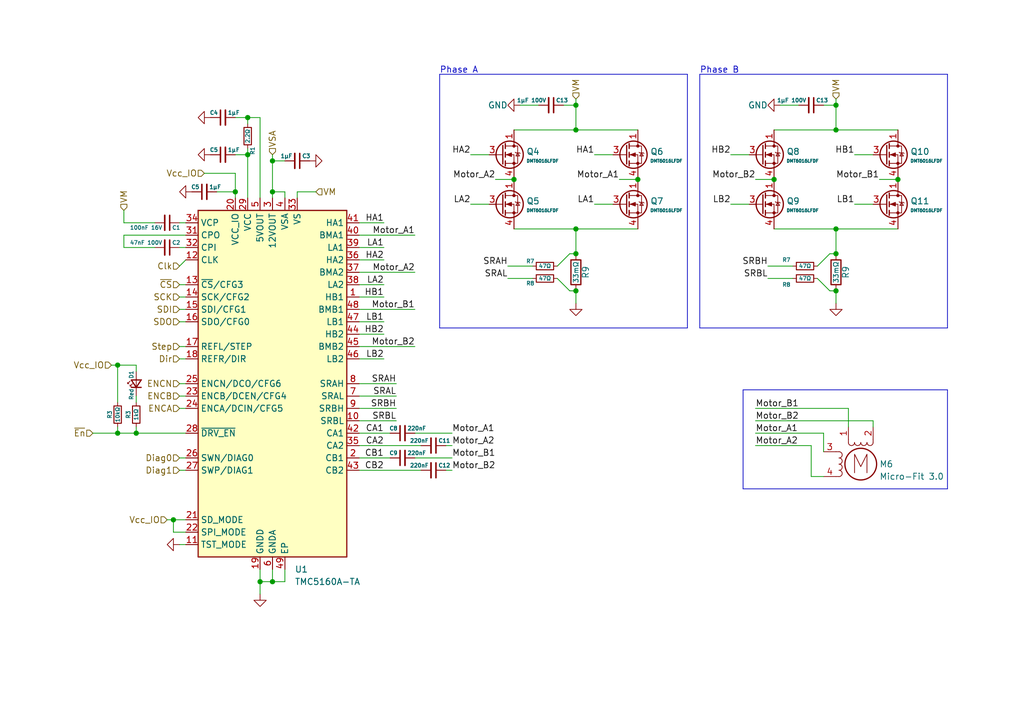
<source format=kicad_sch>
(kicad_sch (version 20230121) (generator eeschema)
  (paper "A5")
  (title_block (title "Integrated TMCx160 Driver Block") (company "Meridi Engineering") (comment 1 "High voltage, high current stepper motor driver block powered by the TMC2160/5160 chip"))
  (lib_symbols
    (symbol "Device:C_Small" (pin_numbers hide) (pin_names (offset 0.254) hide)
      (property "Reference" "C" (at 0.254 1.778 0))
      (property "Value" "C_Small" (at 0.254 -2.032 0))
      (symbol "C_Small_0_1"
        (polyline (pts (xy -1.524 -0.508) (xy 1.524 -0.508)) (stroke (width 0.3302)))
        (polyline (pts (xy -1.524 0.508) (xy 1.524 0.508)) (stroke (width 0.3048)))
      )
      (symbol "C_Small_1_1"
        (pin passive line (at 0 2.54 270) (length 2.032) (name "~") (number "1"))
        (pin passive line (at 0 -2.54 90) (length 2.032) (name "~") (number "2"))
      )
    )
    (symbol "Device:LED_Small" (pin_numbers hide) (pin_names (offset 0.254) hide)
      (property "Reference" "D" (at -1.27 3.175 0))
      (property "Value" "LED_Small" (at -4.445 -2.54 0))
      (symbol "LED_Small_0_1"
        (polyline (pts (xy -0.762 -1.016) (xy -0.762 1.016)) (stroke (width 0.254)))
        (polyline (pts (xy 1.016 0) (xy -0.762 0)))
        (polyline (pts (xy 0.762 -1.016) (xy -0.762 0) (xy 0.762 1.016) (xy 0.762 -1.016)) (stroke (width 0.254)))
        (polyline (pts (xy 0 0.762) (xy -0.508 1.27) (xy -0.254 1.27) (xy -0.508 1.27) (xy -0.508 1.016)))
        (polyline (pts (xy 0.508 1.27) (xy 0 1.778) (xy 0.254 1.778) (xy 0 1.778) (xy 0 1.524)))
      )
      (symbol "LED_Small_1_1"
        (pin passive line (at -2.54 0 0) (length 1.778) (name "K") (number "1"))
        (pin passive line (at 2.54 0 180) (length 1.778) (name "A") (number "2"))
      )
    )
    (symbol "Device:R" (pin_numbers hide) (pin_names (offset 0))
      (property "Reference" "R" (at 2.032 0 90))
      (property "Value" "R" (at 0 0 90))
      (symbol "R_0_1"
        (rectangle (start -1.016 -2.54) (end 1.016 2.54) (stroke (width 0.254)))
      )
      (symbol "R_1_1"
        (pin passive line (at 0 3.81 270) (length 1.27) (name "~") (number "1"))
        (pin passive line (at 0 -3.81 90) (length 1.27) (name "~") (number "2"))
      )
    )
    (symbol "Device:R_Small" (pin_numbers hide) (pin_names (offset 0.254) hide)
      (property "Reference" "R" (at 0.762 0.508 0))
      (property "Value" "R_Small" (at 0.762 -1.016 0))
      (symbol "R_Small_0_1"
        (rectangle (start -0.762 1.778) (end 0.762 -1.778) (stroke (width 0.2032)))
      )
      (symbol "R_Small_1_1"
        (pin passive line (at 0 2.54 270) (length 0.762) (name "~") (number "1"))
        (pin passive line (at 0 -2.54 90) (length 0.762) (name "~") (number "2"))
      )
    )
    (symbol "Driver_Motor:TMC5160A-TA"
      (property "Reference" "U" (at -11.43 38.1 0))
      (property "Value" "TMC5160A-TA" (at 10.16 38.1 0))
      (symbol "TMC5160A-TA_1_0"
        (rectangle (start -15.24 -35.56) (end 15.24 35.56) (stroke (width 0.254)) (fill (type background)))
      )
      (symbol "TMC5160A-TA_1_1"
        (pin output line (at 17.78 17.78 180) (length 2.54) (name "HB1") (number "1"))
        (pin passive line (at 17.78 -7.62 180) (length 2.54) (name "SRBL") (number "10"))
        (pin input line (at -17.78 -33.02 0) (length 2.54) (name "TST_MODE") (number "11"))
        (pin input line (at -17.78 25.4 0) (length 2.54) (name "CLK") (number "12"))
        (pin input line (at -17.78 20.32 0) (length 2.54) (name "~{CS}/CFG3") (number "13"))
        (pin input line (at -17.78 17.78 0) (length 2.54) (name "SCK/CFG2") (number "14"))
        (pin input line (at -17.78 15.24 0) (length 2.54) (name "SDI/CFG1") (number "15"))
        (pin bidirectional line (at -17.78 12.7 0) (length 2.54) (name "SDO/CFG0") (number "16"))
        (pin input line (at -17.78 7.62 0) (length 2.54) (name "REFL/STEP") (number "17"))
        (pin input line (at -17.78 5.08 0) (length 2.54) (name "REFR/DIR") (number "18"))
        (pin power_in line (at -2.54 -38.1 90) (length 2.54) (name "GNDD") (number "19"))
        (pin passive line (at 17.78 -15.24 180) (length 2.54) (name "CB1") (number "2"))
        (pin power_in line (at -7.62 38.1 270) (length 2.54) (name "VCC_IO") (number "20"))
        (pin input line (at -17.78 -27.94 0) (length 2.54) (name "SD_MODE") (number "21"))
        (pin input line (at -17.78 -30.48 0) (length 2.54) (name "SPI_MODE") (number "22"))
        (pin input line (at -17.78 -2.54 0) (length 2.54) (name "ENCB/DCEN/CFG4") (number "23"))
        (pin input line (at -17.78 -5.08 0) (length 2.54) (name "ENCA/DCIN/CFG5") (number "24"))
        (pin bidirectional line (at -17.78 0 0) (length 2.54) (name "ENCN/DCO/CFG6") (number "25"))
        (pin bidirectional line (at -17.78 -15.24 0) (length 2.54) (name "SWN/DIAG0") (number "26"))
        (pin bidirectional line (at -17.78 -17.78 0) (length 2.54) (name "SWP/DIAG1") (number "27"))
        (pin input line (at -17.78 -10.16 0) (length 2.54) (name "~{DRV_EN}") (number "28"))
        (pin power_in line (at -5.08 38.1 270) (length 2.54) (name "VCC") (number "29"))
        (pin power_out line (at 0 38.1 270) (length 2.54) (name "12VOUT") (number "3"))
        (pin passive line (at -2.54 -38.1 90) (length 2.54) hide (name "GNDD") (number "30"))
        (pin passive line (at -17.78 30.48 0) (length 2.54) (name "CPO") (number "31"))
        (pin passive line (at -17.78 27.94 0) (length 2.54) (name "CPI") (number "32"))
        (pin power_in line (at 5.08 38.1 270) (length 2.54) (name "VS") (number "33"))
        (pin passive line (at -17.78 33.02 0) (length 2.54) (name "VCP") (number "34"))
        (pin passive line (at 17.78 -12.7 180) (length 2.54) (name "CA2") (number "35"))
        (pin output line (at 17.78 25.4 180) (length 2.54) (name "HA2") (number "36"))
        (pin passive line (at 17.78 22.86 180) (length 2.54) (name "BMA2") (number "37"))
        (pin output line (at 17.78 20.32 180) (length 2.54) (name "LA2") (number "38"))
        (pin output line (at 17.78 27.94 180) (length 2.54) (name "LA1") (number "39"))
        (pin power_in line (at 2.54 38.1 270) (length 2.54) (name "VSA") (number "4"))
        (pin passive line (at 17.78 30.48 180) (length 2.54) (name "BMA1") (number "40"))
        (pin output line (at 17.78 33.02 180) (length 2.54) (name "HA1") (number "41"))
        (pin passive line (at 17.78 -10.16 180) (length 2.54) (name "CA1") (number "42"))
        (pin passive line (at 17.78 -17.78 180) (length 2.54) (name "CB2") (number "43"))
        (pin output line (at 17.78 10.16 180) (length 2.54) (name "HB2") (number "44"))
        (pin passive line (at 17.78 7.62 180) (length 2.54) (name "BMB2") (number "45"))
        (pin output line (at 17.78 5.08 180) (length 2.54) (name "LB2") (number "46"))
        (pin output line (at 17.78 12.7 180) (length 2.54) (name "LB1") (number "47"))
        (pin passive line (at 17.78 15.24 180) (length 2.54) (name "BMB1") (number "48"))
        (pin power_in line (at 2.54 -38.1 90) (length 2.54) (name "EP") (number "49"))
        (pin power_out line (at -2.54 38.1 270) (length 2.54) (name "5VOUT") (number "5"))
        (pin power_in line (at 0 -38.1 90) (length 2.54) (name "GNDA") (number "6"))
        (pin passive line (at 17.78 -2.54 180) (length 2.54) (name "SRAL") (number "7"))
        (pin passive line (at 17.78 0 180) (length 2.54) (name "SRAH") (number "8"))
        (pin passive line (at 17.78 -5.08 180) (length 2.54) (name "SRBH") (number "9"))
      )
    )
    (symbol "GND_1" (power) (pin_names (offset 0))
      (property "Value" "GND_1" (at 0 -3.81 0))
      (symbol "GND_1_0_1"
        (polyline (pts (xy 0 0) (xy 0 -1.27) (xy 1.27 -1.27) (xy 0 -2.54) (xy -1.27 -1.27) (xy 0 -1.27)))
      )
      (symbol "GND_1_1_1"
        (pin power_in line (at 0 0 270) (length 0) hide (name "GND") (number "1"))
      )
    )
    (symbol "Motor:Stepper_Motor_bipolar" (pin_names (offset 0) hide)
      (property "Reference" "M" (at 3.81 2.54 0))
      (property "Value" "Stepper_Motor_bipolar" (at 3.81 1.27 0))
      (symbol "Stepper_Motor_bipolar_0_0"
        (polyline (pts (xy -1.27 -1.778) (xy -1.27 2.032) (xy 0 -0.508) (xy 1.27 2.032) (xy 1.27 -1.778)))
      )
      (symbol "Stepper_Motor_bipolar_0_1"
        (arc (start -4.445 -2.54) (mid -3.8127 -1.905) (end -4.445 -1.27))
        (arc (start -4.445 -1.27) (mid -3.8127 -0.635) (end -4.445 0))
        (arc (start -4.445 0) (mid -3.8127 0.635) (end -4.445 1.27))
        (arc (start -4.445 1.27) (mid -3.8127 1.905) (end -4.445 2.54))
        (arc (start -2.54 4.445) (mid -1.905 3.8127) (end -1.27 4.445))
        (arc (start -1.27 4.445) (mid -0.635 3.8127) (end 0 4.445))
        (polyline (pts (xy -5.08 -2.54) (xy -4.445 -2.54)))
        (polyline (pts (xy -5.08 2.54) (xy -4.445 2.54)))
        (polyline (pts (xy -2.54 5.08) (xy -2.54 4.445)))
        (polyline (pts (xy 2.54 5.08) (xy 2.54 4.445)))
        (circle (center 0 0) (radius 3.2512) (stroke (width 0.254)))
        (arc (start 0 4.445) (mid 0.635 3.8127) (end 1.27 4.445))
        (arc (start 1.27 4.445) (mid 1.905 3.8127) (end 2.54 4.445))
      )
      (symbol "Stepper_Motor_bipolar_1_1"
        (pin passive line (at -2.54 7.62 270) (length 2.54) (name "~") (number "1"))
        (pin passive line (at 2.54 7.62 270) (length 2.54) (name "-") (number "2"))
        (pin passive line (at -7.62 2.54 0) (length 2.54) (name "~") (number "3"))
        (pin passive line (at -7.62 -2.54 0) (length 2.54) (name "~") (number "4"))
      )
    )
    (symbol "corevus:DMT6016LFDF-7" (pin_names hide)
      (property "Reference" "Q" (at 3.81 0 0))
      (property "Value" "DMT6016LFDF" (at 3.81 -1.27 0))
      (symbol "DMT6016LFDF-7_0_1"
        (polyline (pts (xy -1.016 0) (xy -2.54 0)))
        (polyline (pts (xy -1.016 1.905) (xy -1.016 -1.905)) (stroke (width 0.254)))
        (polyline (pts (xy -0.508 -1.27) (xy -0.508 -2.286)) (stroke (width 0.254)))
        (polyline (pts (xy -0.508 0.508) (xy -0.508 -0.508)) (stroke (width 0.254)))
        (polyline (pts (xy -0.508 2.286) (xy -0.508 1.27)) (stroke (width 0.254)))
        (polyline (pts (xy 1.27 2.54) (xy 1.27 1.778)))
        (polyline (pts (xy 1.27 -2.54) (xy 1.27 0) (xy -0.508 0)))
        (polyline (pts (xy -0.508 -1.778) (xy 2.032 -1.778) (xy 2.032 1.778) (xy -0.508 1.778)))
        (polyline (pts (xy -0.254 0) (xy 0.762 0.381) (xy 0.762 -0.381) (xy -0.254 0)) (fill (type outline)))
        (polyline (pts (xy 1.524 0.508) (xy 1.651 0.381) (xy 2.413 0.381) (xy 2.54 0.254)))
        (polyline (pts (xy 2.032 0.381) (xy 1.651 -0.254) (xy 2.413 -0.254) (xy 2.032 0.381)))
        (circle (center 0.381 0) (radius 2.794) (stroke (width 0.254)))
        (circle (center 1.27 -1.778) (radius 0.254) (fill (type outline)))
        (circle (center 1.27 1.778) (radius 0.254) (fill (type outline)))
        (pin unspecified line (at 1.27 5.08 270) (length 2.54) (name "D") (number "1"))
        (pin unspecified line (at 1.27 -5.08 90) (length 2.54) (name "S") (number "4"))
      )
      (symbol "DMT6016LFDF-7_1_1"
        (pin unspecified line (at 1.27 5.08 270) (length 2.54) hide (name "D") (number "2"))
        (pin unspecified line (at -3.81 0 0) (length 1.27) (name "G") (number "3"))
        (pin unspecified line (at 1.27 5.08 270) (length 2.54) hide (name "D") (number "5"))
        (pin unspecified line (at 1.27 5.08 270) (length 2.54) hide (name "D") (number "6"))
        (pin unspecified line (at 1.27 -5.08 90) (length 2.54) hide (name "S") (number "7"))
        (pin unspecified line (at 1.27 5.08 270) (length 2.54) hide (name "D") (number "8"))
      )
    )
    (symbol "power:GND" (power) (pin_names (offset 0))
      (property "Value" "GND" (at 0 -3.81 0))
      (symbol "GND_0_1"
        (polyline (pts (xy 0 0) (xy 0 -1.27) (xy 1.27 -1.27) (xy 0 -2.54) (xy -1.27 -1.27) (xy 0 -1.27)))
      )
      (symbol "GND_1_1"
        (pin power_in line (at 0 0 270) (length 0) hide (name "GND") (number "1"))
      )
    )
  )
  (junction (at 24.13 88.9))
  (junction (at 158.75 36.83))
  (junction (at 55.88 119.38))
  (junction (at 171.45 59.69))
  (junction (at 118.11 26.67))
  (junction (at 55.88 33.02))
  (junction (at 118.11 59.69))
  (junction (at 105.41 36.83))
  (junction (at 184.15 36.83))
  (junction (at 130.81 36.83))
  (junction (at 24.13 74.93))
  (junction (at 118.11 46.99))
  (junction (at 55.88 39.37))
  (junction (at 171.45 26.67))
  (junction (at 50.8 31.75))
  (junction (at 118.11 21.59))
  (junction (at 171.45 46.99))
  (junction (at 171.45 52.07))
  (junction (at 48.26 39.37))
  (junction (at 35.56 106.68))
  (junction (at 171.45 21.59))
  (junction (at 118.11 52.07))
  (junction (at 27.94 88.9))
  (junction (at 53.34 119.38))
  (junction (at 50.8 24.13))
  (wire (pts (xy 118.11 26.67) (xy 130.81 26.67)))
  (wire (pts (xy 118.11 46.99) (xy 118.11 52.07)))
  (wire (pts (xy 55.88 31.75) (xy 55.88 33.02)))
  (wire (pts (xy 81.28 78.74) (xy 73.66 78.74)))
  (wire (pts (xy 36.83 93.98) (xy 38.1 93.98)))
  (wire (pts (xy 78.74 58.42) (xy 73.66 58.42)))
  (polyline (pts (xy 143.51 15.24) (xy 194.31 15.24)))
  (wire (pts (xy 53.34 40.64) (xy 53.34 24.13)))
  (wire (pts (xy 114.3 57.15) (xy 116.84 59.69)))
  (wire (pts (xy 173.99 83.82) (xy 173.99 87.63)))
  (wire (pts (xy 24.13 74.93) (xy 27.94 74.93)))
  (wire (pts (xy 85.09 55.88) (xy 73.66 55.88)))
  (wire (pts (xy 36.83 66.04) (xy 38.1 66.04)))
  (wire (pts (xy 36.83 71.12) (xy 38.1 71.12)))
  (polyline (pts (xy 194.31 67.31) (xy 143.51 67.31)))
  (wire (pts (xy 171.45 20.32) (xy 171.45 21.59)))
  (wire (pts (xy 48.26 24.13) (xy 50.8 24.13)))
  (wire (pts (xy 118.11 59.69) (xy 118.11 62.23)))
  (wire (pts (xy 55.88 116.84) (xy 55.88 119.38)))
  (polyline (pts (xy 194.31 100.33) (xy 194.31 80.01)))
  (wire (pts (xy 36.83 111.76) (xy 38.1 111.76)))
  (wire (pts (xy 180.34 36.83) (xy 184.15 36.83)))
  (wire (pts (xy 53.34 24.13) (xy 50.8 24.13)))
  (wire (pts (xy 35.56 106.68) (xy 38.1 106.68)))
  (wire (pts (xy 149.86 31.75) (xy 153.67 31.75)))
  (wire (pts (xy 55.88 119.38) (xy 58.42 119.38)))
  (wire (pts (xy 157.48 57.15) (xy 162.56 57.15)))
  (wire (pts (xy 96.52 41.91) (xy 100.33 41.91)))
  (wire (pts (xy 154.94 83.82) (xy 173.99 83.82)))
  (wire (pts (xy 168.91 88.9) (xy 168.91 92.71)))
  (wire (pts (xy 78.74 50.8) (xy 73.66 50.8)))
  (polyline (pts (xy 140.97 15.24) (xy 140.97 67.31)))
  (wire (pts (xy 157.48 54.61) (xy 162.56 54.61)))
  (wire (pts (xy 114.3 54.61) (xy 116.84 52.07)))
  (wire (pts (xy 60.96 39.37) (xy 60.96 40.64)))
  (wire (pts (xy 50.8 31.75) (xy 50.8 40.64)))
  (wire (pts (xy 91.44 91.44) (xy 92.71 91.44)))
  (wire (pts (xy 92.71 93.98) (xy 85.09 93.98)))
  (wire (pts (xy 85.09 63.5) (xy 73.66 63.5)))
  (wire (pts (xy 35.56 106.68) (xy 35.56 109.22)))
  (wire (pts (xy 73.66 91.44) (xy 86.36 91.44)))
  (wire (pts (xy 149.86 41.91) (xy 153.67 41.91)))
  (wire (pts (xy 64.77 39.37) (xy 60.96 39.37)))
  (wire (pts (xy 105.41 46.99) (xy 118.11 46.99)))
  (wire (pts (xy 36.83 78.74) (xy 38.1 78.74)))
  (wire (pts (xy 154.94 36.83) (xy 158.75 36.83)))
  (wire (pts (xy 36.83 81.28) (xy 38.1 81.28)))
  (wire (pts (xy 121.92 41.91) (xy 125.73 41.91)))
  (wire (pts (xy 44.45 39.37) (xy 48.26 39.37)))
  (wire (pts (xy 27.94 81.28) (xy 27.94 82.55)))
  (wire (pts (xy 58.42 33.02) (xy 55.88 33.02)))
  (wire (pts (xy 96.52 31.75) (xy 100.33 31.75)))
  (wire (pts (xy 36.83 83.82) (xy 38.1 83.82)))
  (polyline (pts (xy 90.17 15.24) (xy 140.97 15.24)))
  (wire (pts (xy 25.4 48.26) (xy 25.4 50.8)))
  (wire (pts (xy 78.74 68.58) (xy 73.66 68.58)))
  (wire (pts (xy 48.26 31.75) (xy 50.8 31.75)))
  (wire (pts (xy 55.88 119.38) (xy 53.34 119.38)))
  (polyline (pts (xy 194.31 15.24) (xy 194.31 67.31)))
  (wire (pts (xy 58.42 39.37) (xy 58.42 40.64)))
  (wire (pts (xy 80.01 88.9) (xy 73.66 88.9)))
  (wire (pts (xy 104.14 54.61) (xy 109.22 54.61)))
  (wire (pts (xy 24.13 88.9) (xy 27.94 88.9)))
  (wire (pts (xy 154.94 91.44) (xy 166.37 91.44)))
  (wire (pts (xy 170.18 59.69) (xy 171.45 59.69)))
  (wire (pts (xy 175.26 31.75) (xy 179.07 31.75)))
  (wire (pts (xy 36.83 54.61) (xy 38.1 53.34)))
  (wire (pts (xy 55.88 39.37) (xy 55.88 40.64)))
  (wire (pts (xy 53.34 121.92) (xy 53.34 119.38)))
  (wire (pts (xy 19.05 88.9) (xy 24.13 88.9)))
  (wire (pts (xy 118.11 20.32) (xy 118.11 21.59)))
  (wire (pts (xy 78.74 45.72) (xy 73.66 45.72)))
  (wire (pts (xy 34.29 106.68) (xy 35.56 106.68)))
  (polyline (pts (xy 143.51 15.24) (xy 143.51 67.31)))
  (wire (pts (xy 24.13 74.93) (xy 24.13 82.55)))
  (wire (pts (xy 116.84 52.07) (xy 118.11 52.07)))
  (wire (pts (xy 154.94 88.9) (xy 168.91 88.9)))
  (wire (pts (xy 25.4 48.26) (xy 38.1 48.26)))
  (wire (pts (xy 167.64 57.15) (xy 170.18 59.69)))
  (wire (pts (xy 36.83 96.52) (xy 38.1 96.52)))
  (wire (pts (xy 22.86 74.93) (xy 24.13 74.93)))
  (wire (pts (xy 105.41 26.67) (xy 118.11 26.67)))
  (wire (pts (xy 168.91 21.59) (xy 171.45 21.59)))
  (wire (pts (xy 78.74 60.96) (xy 73.66 60.96)))
  (wire (pts (xy 36.83 63.5) (xy 38.1 63.5)))
  (wire (pts (xy 118.11 21.59) (xy 118.11 26.67)))
  (wire (pts (xy 81.28 86.36) (xy 73.66 86.36)))
  (wire (pts (xy 121.92 31.75) (xy 125.73 31.75)))
  (wire (pts (xy 166.37 97.79) (xy 168.91 97.79)))
  (polyline (pts (xy 152.4 100.33) (xy 194.31 100.33)))
  (wire (pts (xy 86.36 96.52) (xy 73.66 96.52)))
  (wire (pts (xy 50.8 24.13) (xy 50.8 25.4)))
  (polyline (pts (xy 152.4 80.01) (xy 152.4 100.33)))
  (wire (pts (xy 171.45 21.59) (xy 171.45 26.67)))
  (wire (pts (xy 91.44 96.52) (xy 92.71 96.52)))
  (wire (pts (xy 41.91 35.56) (xy 48.26 35.56)))
  (wire (pts (xy 27.94 88.9) (xy 27.94 87.63)))
  (wire (pts (xy 78.74 66.04) (xy 73.66 66.04)))
  (wire (pts (xy 27.94 74.93) (xy 27.94 76.2)))
  (wire (pts (xy 48.26 39.37) (xy 48.26 40.64)))
  (wire (pts (xy 171.45 59.69) (xy 171.45 62.23)))
  (wire (pts (xy 154.94 86.36) (xy 179.07 86.36)))
  (wire (pts (xy 81.28 83.82) (xy 73.66 83.82)))
  (wire (pts (xy 118.11 46.99) (xy 130.81 46.99)))
  (wire (pts (xy 25.4 43.18) (xy 25.4 45.72)))
  (wire (pts (xy 55.88 39.37) (xy 58.42 39.37)))
  (wire (pts (xy 80.01 93.98) (xy 73.66 93.98)))
  (wire (pts (xy 53.34 119.38) (xy 53.34 116.84)))
  (wire (pts (xy 171.45 46.99) (xy 171.45 52.07)))
  (wire (pts (xy 116.84 59.69) (xy 118.11 59.69)))
  (wire (pts (xy 50.8 30.48) (xy 50.8 31.75)))
  (wire (pts (xy 85.09 71.12) (xy 73.66 71.12)))
  (wire (pts (xy 85.09 48.26) (xy 73.66 48.26)))
  (wire (pts (xy 175.26 41.91) (xy 179.07 41.91)))
  (wire (pts (xy 35.56 109.22) (xy 38.1 109.22)))
  (polyline (pts (xy 90.17 15.24) (xy 90.17 67.31)))
  (wire (pts (xy 55.88 33.02) (xy 55.88 39.37)))
  (wire (pts (xy 92.71 88.9) (xy 85.09 88.9)))
  (polyline (pts (xy 140.97 67.31) (xy 90.17 67.31)))
  (wire (pts (xy 115.57 21.59) (xy 118.11 21.59)))
  (wire (pts (xy 78.74 73.66) (xy 73.66 73.66)))
  (wire (pts (xy 36.83 50.8) (xy 38.1 50.8)))
  (wire (pts (xy 25.4 45.72) (xy 31.75 45.72)))
  (wire (pts (xy 58.42 119.38) (xy 58.42 116.84)))
  (wire (pts (xy 127 36.83) (xy 130.81 36.83)))
  (wire (pts (xy 101.6 36.83) (xy 105.41 36.83)))
  (wire (pts (xy 25.4 50.8) (xy 31.75 50.8)))
  (wire (pts (xy 171.45 46.99) (xy 184.15 46.99)))
  (wire (pts (xy 104.14 57.15) (xy 109.22 57.15)))
  (wire (pts (xy 78.74 53.34) (xy 73.66 53.34)))
  (wire (pts (xy 171.45 26.67) (xy 184.15 26.67)))
  (wire (pts (xy 160.02 21.59) (xy 163.83 21.59)))
  (wire (pts (xy 24.13 87.63) (xy 24.13 88.9)))
  (wire (pts (xy 170.18 52.07) (xy 171.45 52.07)))
  (wire (pts (xy 36.83 73.66) (xy 38.1 73.66)))
  (wire (pts (xy 36.83 58.42) (xy 38.1 58.42)))
  (wire (pts (xy 179.07 86.36) (xy 179.07 87.63)))
  (wire (pts (xy 27.94 88.9) (xy 38.1 88.9)))
  (wire (pts (xy 36.83 60.96) (xy 38.1 60.96)))
  (wire (pts (xy 106.68 21.59) (xy 110.49 21.59)))
  (wire (pts (xy 48.26 35.56) (xy 48.26 39.37)))
  (wire (pts (xy 166.37 91.44) (xy 166.37 97.79)))
  (wire (pts (xy 158.75 46.99) (xy 171.45 46.99)))
  (wire (pts (xy 36.83 45.72) (xy 38.1 45.72)))
  (wire (pts (xy 167.64 54.61) (xy 170.18 52.07)))
  (wire (pts (xy 158.75 26.67) (xy 171.45 26.67)))
  (polyline (pts (xy 152.4 80.01) (xy 194.31 80.01)))
  (wire (pts (xy 81.28 81.28) (xy 73.66 81.28)))
  (text "Phase A" (at 90.17 15.24 0) (effects (font (size 1.27 1.27)) (justify left bottom)))
  (text "Phase B" (at 143.51 15.24 0) (effects (font (size 1.27 1.27)) (justify left bottom)))
  (label "Motor_A2" (at 92.71 91.44 0))
  (label "Motor_B2" (at 92.71 96.52 0))
  (label "LA1" (at 78.74 50.8 180))
  (label "Motor_B1" (at 154.94 83.82 0))
  (label "HA1" (at 121.92 31.75 180))
  (label "SRAH" (at 104.14 54.61 180))
  (label "Motor_B1" (at 92.71 93.98 0))
  (label "HA1" (at 78.74 45.72 180))
  (label "Motor_A2" (at 101.6 36.83 180))
  (label "HA2" (at 96.52 31.75 180))
  (label "Motor_B1" (at 85.09 63.5 180))
  (label "LB1" (at 78.74 66.04 180))
  (label "LA2" (at 96.52 41.91 180))
  (label "HB1" (at 78.74 60.96 180))
  (label "HB1" (at 175.26 31.75 180))
  (label "Motor_B2" (at 154.94 86.36 0))
  (label "HB2" (at 78.74 68.58 180))
  (label "Motor_B2" (at 85.09 71.12 180))
  (label "Motor_A2" (at 85.09 55.88 180))
  (label "Motor_B2" (at 154.94 36.83 180))
  (label "Motor_A1" (at 154.94 88.9 0))
  (label "SRBH" (at 157.48 54.61 180))
  (label "Motor_A2" (at 154.94 91.44 0))
  (label "CA1" (at 78.74 88.9 180))
  (label "LA1" (at 121.92 41.91 180))
  (label "SRAL" (at 104.14 57.15 180))
  (label "HA2" (at 78.74 53.34 180))
  (label "SRAH" (at 81.28 78.74 180))
  (label "Motor_B1" (at 180.34 36.83 180))
  (label "LA2" (at 78.74 58.42 180))
  (label "Motor_A1" (at 127 36.83 180))
  (label "LB1" (at 175.26 41.91 180))
  (label "LB2" (at 78.74 73.66 180))
  (label "SRBH" (at 81.28 83.82 180))
  (label "CB1" (at 78.74 93.98 180))
  (label "SRBL" (at 157.48 57.15 180))
  (label "HB2" (at 149.86 31.75 180))
  (label "SRBL" (at 81.28 86.36 180))
  (label "Motor_A1" (at 85.09 48.26 180))
  (label "SRAL" (at 81.28 81.28 180))
  (label "CB2" (at 78.74 96.52 180))
  (label "CA2" (at 78.74 91.44 180))
  (label "Motor_A1" (at 92.71 88.9 0))
  (label "LB2" (at 149.86 41.91 180))
  (hierarchical_label "Diag1" (shape input) (at 36.83 96.52 180))
  (hierarchical_label "VM" (shape input) (at 64.77 39.37 0))
  (hierarchical_label "ENCN" (shape input) (at 36.83 78.74 180))
  (hierarchical_label "Vcc_IO" (shape input) (at 41.91 35.56 180))
  (hierarchical_label "Vcc_IO" (shape input) (at 34.29 106.68 180))
  (hierarchical_label "SCK" (shape input) (at 36.83 60.96 180))
  (hierarchical_label "VSA" (shape input) (at 55.88 31.75 90))
  (hierarchical_label "SDO" (shape input) (at 36.83 66.04 180))
  (hierarchical_label "Vcc_IO" (shape input) (at 22.86 74.93 180))
  (hierarchical_label "SDI" (shape input) (at 36.83 63.5 180))
  (hierarchical_label "~{CS}" (shape input) (at 36.83 58.42 180))
  (hierarchical_label "Clk" (shape input) (at 36.83 54.61 180))
  (hierarchical_label "VM" (shape input) (at 171.45 20.32 90))
  (hierarchical_label "Diag0" (shape input) (at 36.83 93.98 180))
  (hierarchical_label "~{En}" (shape input) (at 19.05 88.9 180))
  (hierarchical_label "Step" (shape input) (at 36.83 71.12 180))
  (hierarchical_label "Dir" (shape input) (at 36.83 73.66 180))
  (hierarchical_label "ENCA" (shape input) (at 36.83 83.82 180))
  (hierarchical_label "VM" (shape input) (at 25.4 43.18 90))
  (hierarchical_label "ENCB" (shape input) (at 36.83 81.28 180))
  (hierarchical_label "VM" (shape input) (at 118.11 20.32 90))
  (symbol (lib_id "Device:R") (at 171.45 55.88 0) (unit 1)
    (property "Reference" "R9" (at 172.72 55.88 90) (effects (justify top)))
    (property "Value" "33mΩ" (at 171.45 55.88 90) (effects (font (size 1 1))))
    (property "Footprint" "Resistor_SMD:R_1206_3216Metric" (effects hide))
    (instances (project "driver-tmc5160" (path "" (reference "R9") (unit 1))) (project "corevus-k" (path "" (reference "R38") (unit 1)) (path "" (reference "R46") (unit 1))))
  )
  (symbol (lib_id "power:GND") (at 118.11 62.23 0) (unit 1)
    (property "Reference" "#PWR02" (effects hide))
    (property "Value" "GND" (effects hide))
    (instances (project "driver-tmc5160" (path "" (reference "#PWR02") (unit 1))) (project "corevus-k" (path "" (reference "#PWR0140") (unit 1)) (path "" (reference "#PWR0152") (unit 1))))
  )
  (symbol (lib_id "Device:R_Small") (at 111.76 54.61 270) (mirror x) (unit 1)
    (property "Reference" "R7" (at 108.76 53.61 90) (effects (font (size 0.8 0.8))))
    (property "Value" "47Ω" (at 111.76 54.61 90) (effects (font (size 0.8 0.8))))
    (property "Footprint" "AlphaLib:0402R" (effects hide))
    (instances (project "driver-tmc5160" (path "" (reference "R7") (unit 1))) (project "corevus-k" (path "" (reference "R33") (unit 1)) (path "" (reference "R41") (unit 1))))
  )
  (symbol (lib_id "Device:C_Small") (at 34.29 50.8 270) (unit 1)
    (property "Reference" "C2" (at 35.29 49.8 90) (effects (font (size 0.8 0.8)) (justify left)))
    (property "Value" "47nF 100V" (at 33.29 49.8 90) (effects (font (size 0.8 0.8)) (justify right)))
    (property "Footprint" "AlphaLib:0402C" (effects hide))
    (instances (project "driver-tmc5160" (path "" (reference "C2") (unit 1))) (project "corevus-k" (path "" (reference "C40") (unit 1)) (path "" (reference "C55") (unit 1))))
  )
  (symbol (lib_id "Device:R_Small") (at 24.13 85.09 0) (unit 1)
    (property "Reference" "R3" (at 22.5 85.09 90) (effects (font (size 0.8 0.8))))
    (property "Value" "10kΩ" (at 24.13 85.09 90) (effects (font (size 0.8 0.8))))
    (property "Footprint" "AlphaLib:0402R" (effects hide))
    (instances (project "driver-tmc5160" (path "" (reference "R3") (unit 1))) (project "corevus-k" (path "" (reference "R96") (unit 1)) (path "" (reference "R106") (unit 1)) (path "" (reference "R107") (unit 1))))
  )
  (symbol (lib_id "corevus:DMT6016LFDF-7") (at 157.48 31.75 0) (unit 1)
    (property "Reference" "Q8" (at 161.29 31.115 0) (effects (justify left)))
    (property "Value" "DMT6016LFDF" (at 161.29 33.02 0) (effects (font (size 0.635 0.635)) (justify left)))
    (property "Footprint" "corevus:DMT6016LFDF" (effects hide))
    (property "Datasheet" "https://lcsc.com/product-detail/MOSFET_Diodes-Incorporated-DMT6016LFDF-7_C460205.html" (effects hide))
    (property "LCSC Part" "C460205" (effects hide))
    (instances (project "corevus-k" (path "" (reference "Q8") (unit 1)) (path "" (reference "Q16") (unit 1))))
  )
  (symbol (lib_id "corevus:DMT6016LFDF-7") (at 129.54 41.91 0) (unit 1)
    (property "Reference" "Q7" (at 133.35 41.275 0) (effects (justify left)))
    (property "Value" "DMT6016LFDF" (at 133.35 43.18 0) (effects (font (size 0.635 0.635)) (justify left)))
    (property "Footprint" "corevus:DMT6016LFDF" (effects hide))
    (property "Datasheet" "https://lcsc.com/product-detail/MOSFET_Diodes-Incorporated-DMT6016LFDF-7_C460205.html" (effects hide))
    (property "LCSC Part" "C460205" (effects hide))
    (instances (project "corevus-k" (path "" (reference "Q7") (unit 1)) (path "" (reference "Q15") (unit 1))))
  )
  (symbol (lib_id "power:GND") (at 43.18 24.13 270) (unit 1)
    (property "Reference" "#PWR02" (effects hide))
    (property "Value" "GND" (effects hide))
    (instances (project "driver-tmc5160" (path "" (reference "#PWR02") (unit 1))) (project "corevus-k" (path "" (reference "#PWR0134") (unit 1)) (path "" (reference "#PWR0146") (unit 1))))
  )
  (symbol (lib_id "Device:R_Small") (at 165.1 54.61 270) (mirror x) (unit 1)
    (property "Reference" "R7" (at 161.29 53.34 90) (effects (font (size 0.8 0.8))))
    (property "Value" "47Ω" (at 165.1 54.61 90) (effects (font (size 0.8 0.8))))
    (property "Footprint" "AlphaLib:0402R" (effects hide))
    (instances (project "driver-tmc5160" (path "" (reference "R7") (unit 1))) (project "corevus-k" (path "" (reference "R36") (unit 1)) (path "" (reference "R44") (unit 1))))
  )
  (symbol (lib_name "GND_1") (lib_id "power:GND") (at 106.68 21.59 270) (unit 1)
    (property "Reference" "#PWR016" (effects hide))
    (property "Value" "GND" (at 104.14 21.59 90) (effects (justify right)))
    (instances (project "driver-tmc5160" (path "" (reference "#PWR016") (unit 1))) (project "corevus-k" (path "" (reference "#PWR0139") (unit 1)) (path "" (reference "#PWR0151") (unit 1))))
  )
  (symbol (lib_id "Device:C_Small") (at 45.72 24.13 90) (mirror x) (unit 1)
    (property "Reference" "C4" (at 44.72 23.13 90) (effects (font (size 0.8 0.8)) (justify left)))
    (property "Value" "1μF" (at 46.72 23.13 90) (effects (font (size 0.8 0.8)) (justify right)))
    (property "Footprint" "AlphaLib:0402C" (effects hide))
    (instances (project "driver-tmc5160" (path "" (reference "C4") (unit 1))) (project "corevus-k" (path "" (reference "C42") (unit 1)) (path "" (reference "C57") (unit 1))))
  )
  (symbol (lib_id "Driver_Motor:TMC5160A-TA") (at 55.88 78.74 0) (unit 1)
    (property "Reference" "U1" (at 60.4394 116.84 0) (effects (justify left)))
    (property "Value" "TMC5160A-TA" (at 60.4394 119.38 0) (effects (justify left)))
    (property "Footprint" "corevus:TMCx160" (effects hide))
    (property "Datasheet" "https://www.trinamic.com/fileadmin/assets/Products/ICs_Documents/TMC5160A_Datasheet_Rev1.14.pdf" (effects hide))
    (instances (project "driver-tmc5160" (path "" (reference "U1") (unit 1))) (project "corevus-k" (path "" (reference "U11") (unit 1)) (path "" (reference "U12") (unit 1))))
  )
  (symbol (lib_id "Device:C_Small") (at 88.9 91.44 270) (unit 1)
    (property "Reference" "C11" (at 89.9 90.44 90) (effects (font (size 0.8 0.8)) (justify left)))
    (property "Value" "220nF" (at 87.9 90.44 90) (effects (font (size 0.8 0.8)) (justify right)))
    (property "Footprint" "AlphaLib:0402C" (effects hide))
    (instances (project "driver-tmc5160" (path "" (reference "C11") (unit 1))) (project "corevus-k" (path "" (reference "C49") (unit 1)) (path "" (reference "C64") (unit 1))))
  )
  (symbol (lib_id "corevus:DMT6016LFDF-7") (at 104.14 31.75 0) (unit 1)
    (property "Reference" "Q4" (at 107.95 31.115 0) (effects (justify left)))
    (property "Value" "DMT6016LFDF" (at 107.95 33.02 0) (effects (font (size 0.635 0.635)) (justify left)))
    (property "Footprint" "corevus:DMT6016LFDF" (effects hide))
    (property "Datasheet" "https://lcsc.com/product-detail/MOSFET_Diodes-Incorporated-DMT6016LFDF-7_C460205.html" (effects hide))
    (property "LCSC Part" "C460205" (effects hide))
    (instances (project "corevus-k" (path "" (reference "Q4") (unit 1)) (path "" (reference "Q12") (unit 1))))
  )
  (symbol (lib_id "power:GND") (at 171.45 62.23 0) (unit 1)
    (property "Reference" "#PWR02" (effects hide))
    (property "Value" "GND" (effects hide))
    (instances (project "driver-tmc5160" (path "" (reference "#PWR02") (unit 1))) (project "corevus-k" (path "" (reference "#PWR0142") (unit 1)) (path "" (reference "#PWR0154") (unit 1))))
  )
  (symbol (lib_id "Device:C_Small") (at 82.55 93.98 90) (mirror x) (unit 1)
    (property "Reference" "C9" (at 81.55 92.98 90) (effects (font (size 0.8 0.8)) (justify left)))
    (property "Value" "220nF" (at 83.55 92.98 90) (effects (font (size 0.8 0.8)) (justify right)))
    (property "Footprint" "AlphaLib:0402C" (effects hide))
    (instances (project "driver-tmc5160" (path "" (reference "C9") (unit 1))) (project "corevus-k" (path "" (reference "C48") (unit 1)) (path "" (reference "C63") (unit 1))))
  )
  (symbol (lib_id "power:GND") (at 39.37 39.37 270) (unit 1)
    (property "Reference" "#PWR02" (effects hide))
    (property "Value" "GND" (effects hide))
    (instances (project "driver-tmc5160" (path "" (reference "#PWR02") (unit 1))) (project "corevus-k" (path "" (reference "#PWR0133") (unit 1)) (path "" (reference "#PWR0145") (unit 1))))
  )
  (symbol (lib_id "Device:C_Small") (at 166.37 21.59 270) (unit 1)
    (property "Reference" "C13" (at 167.37 20.59 90) (effects (font (size 0.8 0.8)) (justify left)))
    (property "Value" "1μF 100V" (at 165.37 20.59 90) (effects (font (size 0.8 0.8)) (justify right)))
    (property "Footprint" "Capacitor_SMD:C_1206_3216Metric" (effects hide))
    (instances (project "driver-tmc5160" (path "" (reference "C13") (unit 1))) (project "corevus-k" (path "" (reference "C52") (unit 1)) (path "" (reference "C67") (unit 1))))
  )
  (symbol (lib_id "power:GND") (at 36.83 111.76 270) (unit 1)
    (property "Reference" "#PWR02" (effects hide))
    (property "Value" "GND" (effects hide))
    (instances (project "driver-tmc5160" (path "" (reference "#PWR02") (unit 1))) (project "corevus-k" (path "" (reference "#PWR0132") (unit 1)) (path "" (reference "#PWR0144") (unit 1))))
  )
  (symbol (lib_id "power:GND") (at 63.5 33.02 90) (unit 1)
    (property "Reference" "#PWR02" (effects hide))
    (property "Value" "GND" (effects hide))
    (instances (project "driver-tmc5160" (path "" (reference "#PWR02") (unit 1))) (project "corevus-k" (path "" (reference "#PWR0137") (unit 1)) (path "" (reference "#PWR0149") (unit 1))))
  )
  (symbol (lib_id "power:GND") (at 53.34 121.92 0) (unit 1)
    (property "Reference" "#PWR06" (effects hide))
    (property "Value" "GND" (effects hide))
    (instances (project "driver-tmc5160" (path "" (reference "#PWR06") (unit 1))) (project "corevus-k" (path "" (reference "#PWR0136") (unit 1)) (path "" (reference "#PWR0148") (unit 1))))
  )
  (symbol (lib_id "Device:R_Small") (at 27.94 85.09 0) (unit 1)
    (property "Reference" "R3" (at 26.31 85.09 90) (effects (font (size 0.8 0.8))))
    (property "Value" "1kΩ" (at 27.94 85.09 90) (effects (font (size 0.8 0.8))))
    (property "Footprint" "AlphaLib:0402R" (effects hide))
    (instances (project "driver-tmc5160" (path "" (reference "R3") (unit 1))) (project "corevus-k" (path "" (reference "R96") (unit 1)) (path "" (reference "R98") (unit 1)) (path "" (reference "R99") (unit 1))))
  )
  (symbol (lib_id "Device:R_Small") (at 165.1 57.15 270) (unit 1)
    (property "Reference" "R8" (at 161.29 58.42 90) (effects (font (size 0.8 0.8))))
    (property "Value" "47Ω" (at 165.1 57.15 90) (effects (font (size 0.8 0.8))))
    (property "Footprint" "AlphaLib:0402R" (effects hide))
    (instances (project "driver-tmc5160" (path "" (reference "R8") (unit 1))) (project "corevus-k" (path "" (reference "R37") (unit 1)) (path "" (reference "R45") (unit 1))))
  )
  (symbol (lib_id "Device:C_Small") (at 45.72 31.75 90) (mirror x) (unit 1)
    (property "Reference" "C5" (at 44.72 30.75 90) (effects (font (size 0.8 0.8)) (justify left)))
    (property "Value" "1μF" (at 46.72 30.75 90) (effects (font (size 0.8 0.8)) (justify right)))
    (property "Footprint" "AlphaLib:0402C" (effects hide))
    (instances (project "driver-tmc5160" (path "" (reference "C5") (unit 1))) (project "corevus-k" (path "" (reference "C43") (unit 1)) (path "" (reference "C58") (unit 1))))
  )
  (symbol (lib_id "Device:C_Small") (at 34.29 45.72 270) (mirror x) (unit 1)
    (property "Reference" "C1" (at 35.29 46.72 90) (effects (font (size 0.8 0.8)) (justify left)))
    (property "Value" "100nF 16V" (at 33.29 46.72 90) (effects (font (size 0.8 0.8)) (justify right)))
    (property "Footprint" "AlphaLib:0402C" (effects hide))
    (instances (project "driver-tmc5160" (path "" (reference "C1") (unit 1))) (project "corevus-k" (path "" (reference "C39") (unit 1)) (path "" (reference "C54") (unit 1))))
  )
  (symbol (lib_id "corevus:DMT6016LFDF-7") (at 182.88 31.75 0) (unit 1)
    (property "Reference" "Q10" (at 186.69 31.115 0) (effects (justify left)))
    (property "Value" "DMT6016LFDF" (at 186.69 33.02 0) (effects (font (size 0.635 0.635)) (justify left)))
    (property "Footprint" "corevus:DMT6016LFDF" (effects hide))
    (property "Datasheet" "https://lcsc.com/product-detail/MOSFET_Diodes-Incorporated-DMT6016LFDF-7_C460205.html" (effects hide))
    (property "LCSC Part" "C460205" (effects hide))
    (instances (project "corevus-k" (path "" (reference "Q10") (unit 1)) (path "" (reference "Q18") (unit 1))))
  )
  (symbol (lib_id "Device:C_Small") (at 82.55 88.9 90) (mirror x) (unit 1)
    (property "Reference" "C8" (at 81.55 87.9 90) (effects (font (size 0.8 0.8)) (justify left)))
    (property "Value" "220nF" (at 83.55 87.9 90) (effects (font (size 0.8 0.8)) (justify right)))
    (property "Footprint" "AlphaLib:0402C" (effects hide))
    (instances (project "driver-tmc5160" (path "" (reference "C8") (unit 1))) (project "corevus-k" (path "" (reference "C47") (unit 1)) (path "" (reference "C62") (unit 1))))
  )
  (symbol (lib_id "Device:C_Small") (at 88.9 96.52 270) (unit 1)
    (property "Reference" "C12" (at 89.9 95.52 90) (effects (font (size 0.8 0.8)) (justify left)))
    (property "Value" "220nF" (at 87.9 95.52 90) (effects (font (size 0.8 0.8)) (justify right)))
    (property "Footprint" "AlphaLib:0402C" (effects hide))
    (instances (project "driver-tmc5160" (path "" (reference "C12") (unit 1))) (project "corevus-k" (path "" (reference "C50") (unit 1)) (path "" (reference "C65") (unit 1))))
  )
  (symbol (lib_id "Motor:Stepper_Motor_bipolar") (at 176.53 95.25 0) (unit 1)
    (property "Reference" "M6" (at 180.34 95.25 0) (effects (justify left)))
    (property "Value" "Micro-Fit 3.0" (at 180.34 97.79 0) (effects (justify left)))
    (property "Footprint" "corevus:XKB_X3025WRS-04C" (effects hide))
    (property "Datasheet" "http://www.infineon.com/dgdl/Application-Note-TLE8110EE_driving_UniPolarStepperMotor_V1.1.pdf?fileId=db3a30431be39b97011be5d0aa0a00b0" (effects hide))
    (instances (project "corevus-k" (path "" (reference "M6") (unit 1)) (path "" (reference "M5") (unit 1))))
  )
  (symbol (lib_id "Device:R") (at 118.11 55.88 0) (unit 1)
    (property "Reference" "R9" (at 119.38 55.88 90) (effects (justify top)))
    (property "Value" "33mΩ" (at 118.11 55.88 90) (effects (font (size 1 1))))
    (property "Footprint" "Resistor_SMD:R_1206_3216Metric" (effects hide))
    (instances (project "driver-tmc5160" (path "" (reference "R9") (unit 1))) (project "corevus-k" (path "" (reference "R35") (unit 1)) (path "" (reference "R43") (unit 1))))
  )
  (symbol (lib_id "corevus:DMT6016LFDF-7") (at 182.88 41.91 0) (unit 1)
    (property "Reference" "Q11" (at 186.69 41.275 0) (effects (justify left)))
    (property "Value" "DMT6016LFDF" (at 186.69 43.18 0) (effects (font (size 0.635 0.635)) (justify left)))
    (property "Footprint" "corevus:DMT6016LFDF" (effects hide))
    (property "Datasheet" "https://lcsc.com/product-detail/MOSFET_Diodes-Incorporated-DMT6016LFDF-7_C460205.html" (effects hide))
    (property "LCSC Part" "C460205" (effects hide))
    (instances (project "corevus-k" (path "" (reference "Q11") (unit 1)) (path "" (reference "Q19") (unit 1))))
  )
  (symbol (lib_name "GND_1") (lib_id "power:GND") (at 160.02 21.59 270) (unit 1)
    (property "Reference" "#PWR016" (effects hide))
    (property "Value" "GND" (at 157.48 21.59 90) (effects (justify right)))
    (instances (project "driver-tmc5160" (path "" (reference "#PWR016") (unit 1))) (project "corevus-k" (path "" (reference "#PWR0141") (unit 1)) (path "" (reference "#PWR0153") (unit 1))))
  )
  (symbol (lib_id "Device:R_Small") (at 111.76 57.15 270) (unit 1)
    (property "Reference" "R8" (at 108.76 58.15 90) (effects (font (size 0.8 0.8))))
    (property "Value" "47Ω" (at 111.76 57.15 90) (effects (font (size 0.8 0.8))))
    (property "Footprint" "AlphaLib:0402R" (effects hide))
    (instances (project "driver-tmc5160" (path "" (reference "R8") (unit 1))) (project "corevus-k" (path "" (reference "R34") (unit 1)) (path "" (reference "R42") (unit 1))))
  )
  (symbol (lib_id "corevus:DMT6016LFDF-7") (at 104.14 41.91 0) (unit 1)
    (property "Reference" "Q5" (at 107.95 41.275 0) (effects (justify left)))
    (property "Value" "DMT6016LFDF" (at 107.95 43.18 0) (effects (font (size 0.635 0.635)) (justify left)))
    (property "Footprint" "corevus:DMT6016LFDF" (effects hide))
    (property "Datasheet" "https://lcsc.com/product-detail/MOSFET_Diodes-Incorporated-DMT6016LFDF-7_C460205.html" (effects hide))
    (property "LCSC Part" "C460205" (effects hide))
    (instances (project "corevus-k" (path "" (reference "Q5") (unit 1)) (path "" (reference "Q13") (unit 1))))
  )
  (symbol (lib_id "Device:C_Small") (at 41.91 39.37 90) (mirror x) (unit 1)
    (property "Reference" "C5" (at 40.91 38.37 90) (effects (font (size 0.8 0.8)) (justify left)))
    (property "Value" "1μF" (at 42.91 38.37 90) (effects (font (size 0.8 0.8)) (justify right)))
    (property "Footprint" "AlphaLib:0402C" (effects hide))
    (instances (project "driver-tmc5160" (path "" (reference "C5") (unit 1))) (project "corevus-k" (path "" (reference "C41") (unit 1)) (path "" (reference "C56") (unit 1))))
  )
  (symbol (lib_id "corevus:DMT6016LFDF-7") (at 129.54 31.75 0) (unit 1)
    (property "Reference" "Q6" (at 133.35 31.115 0) (effects (justify left)))
    (property "Value" "DMT6016LFDF" (at 133.35 33.02 0) (effects (font (size 0.635 0.635)) (justify left)))
    (property "Footprint" "corevus:DMT6016LFDF" (effects hide))
    (property "Datasheet" "https://lcsc.com/product-detail/MOSFET_Diodes-Incorporated-DMT6016LFDF-7_C460205.html" (effects hide))
    (property "LCSC Part" "C460205" (effects hide))
    (instances (project "corevus-k" (path "" (reference "Q6") (unit 1)) (path "" (reference "Q14") (unit 1))))
  )
  (symbol (lib_id "power:GND") (at 43.18 31.75 270) (unit 1)
    (property "Reference" "#PWR02" (effects hide))
    (property "Value" "GND" (effects hide))
    (instances (project "driver-tmc5160" (path "" (reference "#PWR02") (unit 1))) (project "corevus-k" (path "" (reference "#PWR0135") (unit 1)) (path "" (reference "#PWR0147") (unit 1))))
  )
  (symbol (lib_id "Device:LED_Small") (at 27.94 78.74 90) (unit 1)
    (property "Reference" "D1" (at 26.94 77.74 0) (effects (font (size 0.8 0.8)) (justify left)))
    (property "Value" "Red" (at 26.94 79.74 0) (effects (font (size 0.8 0.8)) (justify right)))
    (property "Footprint" "AlphaLib:0402LED" (effects hide))
    (instances (project "driver-tmc5160" (path "" (reference "D1") (unit 1))) (project "corevus-k" (path "" (reference "D18") (unit 1)) (path "" (reference "D19") (unit 1)) (path "" (reference "D20") (unit 1))))
  )
  (symbol (lib_id "corevus:DMT6016LFDF-7") (at 157.48 41.91 0) (unit 1)
    (property "Reference" "Q9" (at 161.29 41.275 0) (effects (justify left)))
    (property "Value" "DMT6016LFDF" (at 161.29 43.18 0) (effects (font (size 0.635 0.635)) (justify left)))
    (property "Footprint" "corevus:DMT6016LFDF" (effects hide))
    (property "Datasheet" "https://lcsc.com/product-detail/MOSFET_Diodes-Incorporated-DMT6016LFDF-7_C460205.html" (effects hide))
    (property "LCSC Part" "C460205" (effects hide))
    (instances (project "corevus-k" (path "" (reference "Q9") (unit 1)) (path "" (reference "Q17") (unit 1))))
  )
  (symbol (lib_id "Device:R_Small") (at 50.8 27.94 0) (unit 1)
    (property "Reference" "R1" (at 51.8 30.94 90) (effects (font (size 0.8 0.8))))
    (property "Value" "2.2Ω" (at 50.8 27.94 90) (effects (font (size 0.8 0.8))))
    (property "Footprint" "AlphaLib:0402R" (effects hide))
    (instances (project "driver-tmc5160" (path "" (reference "R1") (unit 1))) (project "corevus-k" (path "" (reference "R32") (unit 1)) (path "" (reference "R40") (unit 1))))
  )
  (symbol (lib_id "Device:C_Small") (at 113.03 21.59 270) (unit 1)
    (property "Reference" "C13" (at 114.03 20.59 90) (effects (font (size 0.8 0.8)) (justify left)))
    (property "Value" "1μF 100V" (at 112.03 20.59 90) (effects (font (size 0.8 0.8)) (justify right)))
    (property "Footprint" "Capacitor_SMD:C_1206_3216Metric" (effects hide))
    (instances (project "driver-tmc5160" (path "" (reference "C13") (unit 1))) (project "corevus-k" (path "" (reference "C51") (unit 1)) (path "" (reference "C66") (unit 1))))
  )
  (symbol (lib_id "Device:C_Small") (at 60.96 33.02 270) (unit 1)
    (property "Reference" "C3" (at 61.96 32.02 90) (effects (font (size 0.8 0.8)) (justify left)))
    (property "Value" "1μF" (at 59.96 32.02 90) (effects (font (size 0.8 0.8)) (justify right)))
    (property "Footprint" "AlphaLib:0402C" (effects hide))
    (instances (project "driver-tmc5160" (path "" (reference "C3") (unit 1))) (project "corevus-k" (path "" (reference "C45") (unit 1)) (path "" (reference "C60") (unit 1))))
  )
)
</source>
